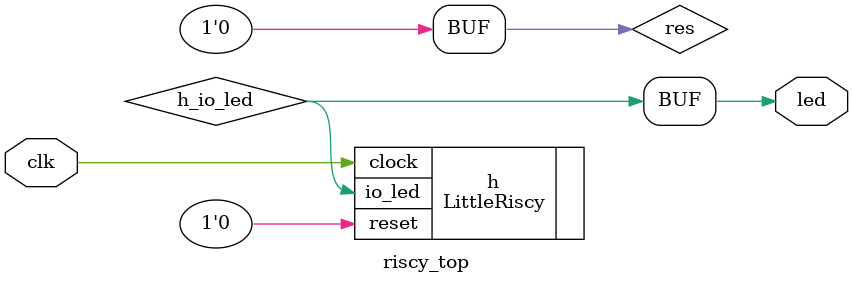
<source format=v>
/* Minimal top level for the LittleRiscy.
  Wire reset to 0. */

module riscy_top(input clk, output led);

  wire h_io_led;
  wire res;

  assign led = h_io_led;
  assign res = 1'h0;
  LittleRiscy h(.clock(clk), .reset(res),
       .io_led( h_io_led ));
endmodule

</source>
